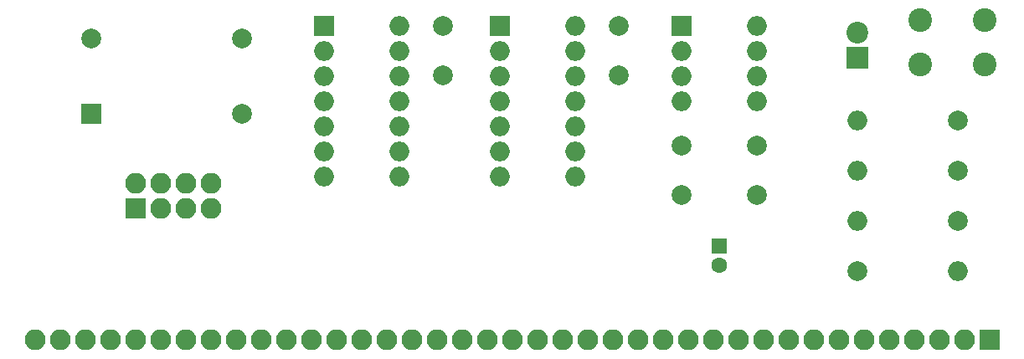
<source format=gts>
G04 #@! TF.FileFunction,Soldermask,Top*
%FSLAX46Y46*%
G04 Gerber Fmt 4.6, Leading zero omitted, Abs format (unit mm)*
G04 Created by KiCad (PCBNEW 4.0.6) date 06/10/17 19:53:39*
%MOMM*%
%LPD*%
G01*
G04 APERTURE LIST*
%ADD10C,0.100000*%
%ADD11C,2.000000*%
%ADD12O,2.000000X2.000000*%
%ADD13C,2.400000*%
%ADD14R,2.000000X2.000000*%
%ADD15R,1.600000X1.600000*%
%ADD16C,1.600000*%
%ADD17R,2.100000X2.100000*%
%ADD18O,2.100000X2.100000*%
%ADD19R,2.200000X2.200000*%
%ADD20C,2.200000*%
G04 APERTURE END LIST*
D10*
D11*
X187325000Y-133985000D03*
D12*
X177165000Y-133985000D03*
D11*
X187325000Y-128905000D03*
D12*
X177165000Y-128905000D03*
D13*
X183515000Y-118165000D03*
X183515000Y-113665000D03*
X190015000Y-118165000D03*
X190015000Y-113665000D03*
D14*
X159385000Y-114300000D03*
D12*
X167005000Y-121920000D03*
X159385000Y-116840000D03*
X167005000Y-119380000D03*
X159385000Y-119380000D03*
X167005000Y-116840000D03*
X159385000Y-121920000D03*
X167005000Y-114300000D03*
D14*
X140970000Y-114300000D03*
D12*
X148590000Y-129540000D03*
X140970000Y-116840000D03*
X148590000Y-127000000D03*
X140970000Y-119380000D03*
X148590000Y-124460000D03*
X140970000Y-121920000D03*
X148590000Y-121920000D03*
X140970000Y-124460000D03*
X148590000Y-119380000D03*
X140970000Y-127000000D03*
X148590000Y-116840000D03*
X140970000Y-129540000D03*
X148590000Y-114300000D03*
D15*
X163195000Y-136525000D03*
D16*
X163195000Y-138525000D03*
D11*
X177165000Y-139065000D03*
D12*
X187325000Y-139065000D03*
D14*
X99695000Y-123190000D03*
D11*
X99695000Y-115570000D03*
X114935000Y-115570000D03*
X114935000Y-123190000D03*
D17*
X190500000Y-146050000D03*
D18*
X187960000Y-146050000D03*
X185420000Y-146050000D03*
X182880000Y-146050000D03*
X180340000Y-146050000D03*
X177800000Y-146050000D03*
X175260000Y-146050000D03*
X172720000Y-146050000D03*
X170180000Y-146050000D03*
X167640000Y-146050000D03*
X165100000Y-146050000D03*
X162560000Y-146050000D03*
X160020000Y-146050000D03*
X157480000Y-146050000D03*
X154940000Y-146050000D03*
X152400000Y-146050000D03*
X149860000Y-146050000D03*
X147320000Y-146050000D03*
X144780000Y-146050000D03*
X142240000Y-146050000D03*
X139700000Y-146050000D03*
X137160000Y-146050000D03*
X134620000Y-146050000D03*
X132080000Y-146050000D03*
X129540000Y-146050000D03*
X127000000Y-146050000D03*
X124460000Y-146050000D03*
X121920000Y-146050000D03*
X119380000Y-146050000D03*
X116840000Y-146050000D03*
X114300000Y-146050000D03*
X111760000Y-146050000D03*
X109220000Y-146050000D03*
X106680000Y-146050000D03*
X104140000Y-146050000D03*
X101600000Y-146050000D03*
X99060000Y-146050000D03*
X96520000Y-146050000D03*
X93980000Y-146050000D03*
D14*
X123190000Y-114300000D03*
D12*
X130810000Y-129540000D03*
X123190000Y-116840000D03*
X130810000Y-127000000D03*
X123190000Y-119380000D03*
X130810000Y-124460000D03*
X123190000Y-121920000D03*
X130810000Y-121920000D03*
X123190000Y-124460000D03*
X130810000Y-119380000D03*
X123190000Y-127000000D03*
X130810000Y-116840000D03*
X123190000Y-129540000D03*
X130810000Y-114300000D03*
D11*
X167005000Y-126365000D03*
X167005000Y-131365000D03*
X159385000Y-126365000D03*
X159385000Y-131365000D03*
X153035000Y-114300000D03*
X153035000Y-119300000D03*
X135255000Y-114300000D03*
X135255000Y-119300000D03*
D19*
X177165000Y-117475000D03*
D20*
X177165000Y-114935000D03*
D17*
X104140000Y-132715000D03*
D18*
X104140000Y-130175000D03*
X106680000Y-132715000D03*
X106680000Y-130175000D03*
X109220000Y-132715000D03*
X109220000Y-130175000D03*
X111760000Y-132715000D03*
X111760000Y-130175000D03*
D11*
X187325000Y-123825000D03*
D12*
X177165000Y-123825000D03*
M02*

</source>
